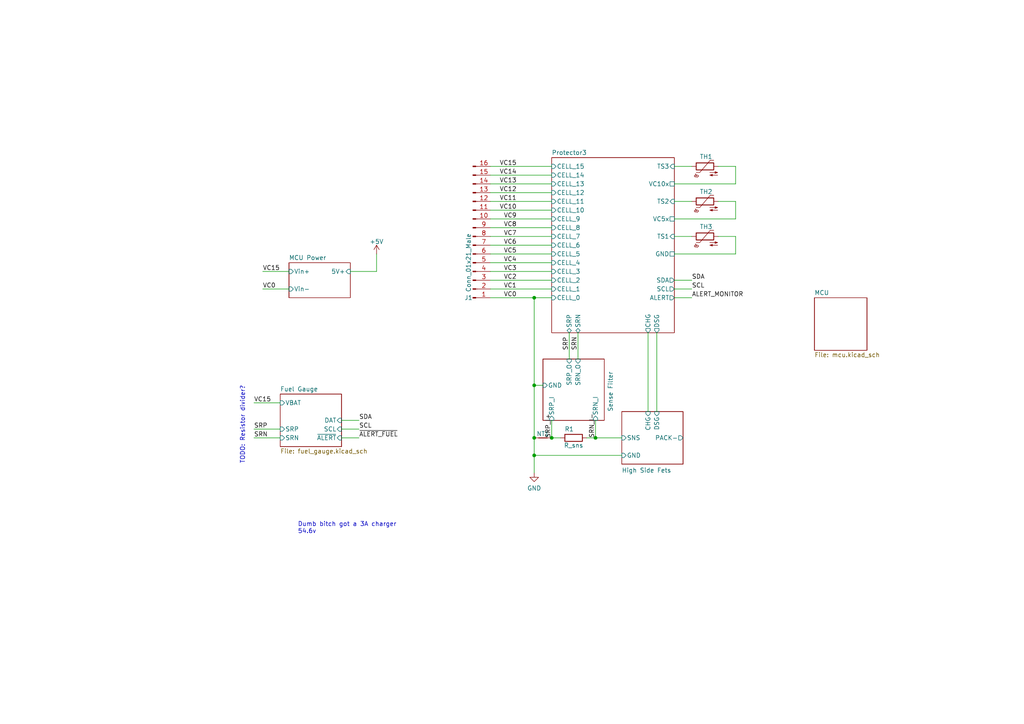
<source format=kicad_sch>
(kicad_sch (version 20211123) (generator eeschema)
  (paper "A4")
  (title_block (title "BMS") (date "2022-10-30") (rev "Rev 0") (company "QTech BMS Dept"))
  (lib_symbols
    (symbol "Connector:Conn_01x16_Male" (pin_names (offset 1.016) hide)
      (property "Reference" "J" (at 0 20.32 0))
      (property "Value" "Conn_01x16_Male" (at 0 -22.86 0))
      (symbol "Conn_01x16_Male_1_1"
        (polyline (pts (xy 1.27 -20.32) (xy 0.8636 -20.32)) (stroke (width 0.1524)))
        (polyline (pts (xy 1.27 -17.78) (xy 0.8636 -17.78)) (stroke (width 0.1524)))
        (polyline (pts (xy 1.27 -15.24) (xy 0.8636 -15.24)) (stroke (width 0.1524)))
        (polyline (pts (xy 1.27 -12.7) (xy 0.8636 -12.7)) (stroke (width 0.1524)))
        (polyline (pts (xy 1.27 -10.16) (xy 0.8636 -10.16)) (stroke (width 0.1524)))
        (polyline (pts (xy 1.27 -7.62) (xy 0.8636 -7.62)) (stroke (width 0.1524)))
        (polyline (pts (xy 1.27 -5.08) (xy 0.8636 -5.08)) (stroke (width 0.1524)))
        (polyline (pts (xy 1.27 -2.54) (xy 0.8636 -2.54)) (stroke (width 0.1524)))
        (polyline (pts (xy 1.27 0) (xy 0.8636 0)) (stroke (width 0.1524)))
        (polyline (pts (xy 1.27 2.54) (xy 0.8636 2.54)) (stroke (width 0.1524)))
        (polyline (pts (xy 1.27 5.08) (xy 0.8636 5.08)) (stroke (width 0.1524)))
        (polyline (pts (xy 1.27 7.62) (xy 0.8636 7.62)) (stroke (width 0.1524)))
        (polyline (pts (xy 1.27 10.16) (xy 0.8636 10.16)) (stroke (width 0.1524)))
        (polyline (pts (xy 1.27 12.7) (xy 0.8636 12.7)) (stroke (width 0.1524)))
        (polyline (pts (xy 1.27 15.24) (xy 0.8636 15.24)) (stroke (width 0.1524)))
        (polyline (pts (xy 1.27 17.78) (xy 0.8636 17.78)) (stroke (width 0.1524)))
        (rectangle (start 0.8636 -20.193) (end 0 -20.447) (stroke (width 0.1524)) (fill (type outline)))
        (rectangle (start 0.8636 -17.653) (end 0 -17.907) (stroke (width 0.1524)) (fill (type outline)))
        (rectangle (start 0.8636 -15.113) (end 0 -15.367) (stroke (width 0.1524)) (fill (type outline)))
        (rectangle (start 0.8636 -12.573) (end 0 -12.827) (stroke (width 0.1524)) (fill (type outline)))
        (rectangle (start 0.8636 -10.033) (end 0 -10.287) (stroke (width 0.1524)) (fill (type outline)))
        (rectangle (start 0.8636 -7.493) (end 0 -7.747) (stroke (width 0.1524)) (fill (type outline)))
        (rectangle (start 0.8636 -4.953) (end 0 -5.207) (stroke (width 0.1524)) (fill (type outline)))
        (rectangle (start 0.8636 -2.413) (end 0 -2.667) (stroke (width 0.1524)) (fill (type outline)))
        (rectangle (start 0.8636 0.127) (end 0 -0.127) (stroke (width 0.1524)) (fill (type outline)))
        (rectangle (start 0.8636 2.667) (end 0 2.413) (stroke (width 0.1524)) (fill (type outline)))
        (rectangle (start 0.8636 5.207) (end 0 4.953) (stroke (width 0.1524)) (fill (type outline)))
        (rectangle (start 0.8636 7.747) (end 0 7.493) (stroke (width 0.1524)) (fill (type outline)))
        (rectangle (start 0.8636 10.287) (end 0 10.033) (stroke (width 0.1524)) (fill (type outline)))
        (rectangle (start 0.8636 12.827) (end 0 12.573) (stroke (width 0.1524)) (fill (type outline)))
        (rectangle (start 0.8636 15.367) (end 0 15.113) (stroke (width 0.1524)) (fill (type outline)))
        (rectangle (start 0.8636 17.907) (end 0 17.653) (stroke (width 0.1524)) (fill (type outline)))
        (pin passive line (at 5.08 17.78 180) (length 3.81) (name "Pin_1") (number "1"))
        (pin passive line (at 5.08 -5.08 180) (length 3.81) (name "Pin_10") (number "10"))
        (pin passive line (at 5.08 -7.62 180) (length 3.81) (name "Pin_11") (number "11"))
        (pin passive line (at 5.08 -10.16 180) (length 3.81) (name "Pin_12") (number "12"))
        (pin passive line (at 5.08 -12.7 180) (length 3.81) (name "Pin_13") (number "13"))
        (pin passive line (at 5.08 -15.24 180) (length 3.81) (name "Pin_14") (number "14"))
        (pin passive line (at 5.08 -17.78 180) (length 3.81) (name "Pin_15") (number "15"))
        (pin passive line (at 5.08 -20.32 180) (length 3.81) (name "Pin_16") (number "16"))
        (pin passive line (at 5.08 15.24 180) (length 3.81) (name "Pin_2") (number "2"))
        (pin passive line (at 5.08 12.7 180) (length 3.81) (name "Pin_3") (number "3"))
        (pin passive line (at 5.08 10.16 180) (length 3.81) (name "Pin_4") (number "4"))
        (pin passive line (at 5.08 7.62 180) (length 3.81) (name "Pin_5") (number "5"))
        (pin passive line (at 5.08 5.08 180) (length 3.81) (name "Pin_6") (number "6"))
        (pin passive line (at 5.08 2.54 180) (length 3.81) (name "Pin_7") (number "7"))
        (pin passive line (at 5.08 0 180) (length 3.81) (name "Pin_8") (number "8"))
        (pin passive line (at 5.08 -2.54 180) (length 3.81) (name "Pin_9") (number "9"))
      )
    )
    (symbol "Device:NetTie_2" (pin_numbers hide) (pin_names (offset 0) hide)
      (property "Reference" "NT" (at 0 1.27 0))
      (property "Value" "NetTie_2" (at 0 -1.27 0))
      (symbol "NetTie_2_0_1"
        (polyline (pts (xy -1.27 0) (xy 1.27 0)) (stroke (width 0.254)))
      )
      (symbol "NetTie_2_1_1"
        (pin passive line (at -2.54 0 0) (length 2.54) (name "1") (number "1"))
        (pin passive line (at 2.54 0 180) (length 2.54) (name "2") (number "2"))
      )
    )
    (symbol "Device:R" (pin_numbers hide) (pin_names (offset 0))
      (property "Reference" "R" (at 2.032 0 90))
      (property "Value" "R" (at 0 0 90))
      (symbol "R_0_1"
        (rectangle (start -1.016 -2.54) (end 1.016 2.54) (stroke (width 0.254)))
      )
      (symbol "R_1_1"
        (pin passive line (at 0 3.81 270) (length 1.27) (name "~") (number "1"))
        (pin passive line (at 0 -3.81 90) (length 1.27) (name "~") (number "2"))
      )
    )
    (symbol "Device:Thermistor_NTC" (pin_numbers hide) (pin_names (offset 0))
      (property "Reference" "TH" (at -4.445 0 90))
      (property "Value" "Thermistor_NTC" (at 3.175 0 90))
      (symbol "Thermistor_NTC_0_1"
        (arc (start -3.048 2.159) (mid -3.0495 2.3143) (end -3.175 2.413))
        (arc (start -3.048 2.159) (mid -2.9736 1.9794) (end -2.794 1.905))
        (arc (start -3.048 2.794) (mid -2.9736 2.6144) (end -2.794 2.54))
        (arc (start -2.794 1.905) (mid -2.6144 1.9794) (end -2.54 2.159))
        (arc (start -2.794 2.54) (mid -2.4393 2.5587) (end -2.159 2.794))
        (arc (start -2.794 3.048) (mid -2.9736 2.9736) (end -3.048 2.794))
        (arc (start -2.54 2.794) (mid -2.6144 2.9736) (end -2.794 3.048))
        (rectangle (start -1.016 2.54) (end 1.016 -2.54) (stroke (width 0.254)))
        (polyline (pts (xy -2.54 2.159) (xy -2.54 2.794)))
        (polyline (pts (xy -1.778 2.54) (xy -1.778 1.524) (xy 1.778 -1.524) (xy 1.778 -2.54)))
        (polyline (pts (xy -2.54 -3.683) (xy -2.54 -1.397) (xy -2.794 -2.159) (xy -2.286 -2.159) (xy -2.54 -1.397) (xy -2.54 -1.651)) (fill (type outline)))
        (polyline (pts (xy -1.778 -1.397) (xy -1.778 -3.683) (xy -2.032 -2.921) (xy -1.524 -2.921) (xy -1.778 -3.683) (xy -1.778 -3.429)) (fill (type outline)))
      )
      (symbol "Thermistor_NTC_1_1"
        (pin passive line (at 0 3.81 270) (length 1.27) (name "~") (number "1"))
        (pin passive line (at 0 -3.81 90) (length 1.27) (name "~") (number "2"))
      )
    )
    (symbol "power:+5V" (power) (pin_names (offset 0))
      (property "Value" "+5V" (at 0 3.556 0))
      (symbol "+5V_0_1"
        (polyline (pts (xy -0.762 1.27) (xy 0 2.54)))
        (polyline (pts (xy 0 0) (xy 0 2.54)))
        (polyline (pts (xy 0 2.54) (xy 0.762 1.27)))
      )
      (symbol "+5V_1_1"
        (pin power_in line (at 0 0 90) (length 0) hide (name "+5V") (number "1"))
      )
    )
    (symbol "power:GND" (power) (pin_names (offset 0))
      (property "Value" "GND" (at 0 -3.81 0))
      (symbol "GND_0_1"
        (polyline (pts (xy 0 0) (xy 0 -1.27) (xy 1.27 -1.27) (xy 0 -2.54) (xy -1.27 -1.27) (xy 0 -1.27)))
      )
      (symbol "GND_1_1"
        (pin power_in line (at 0 0 270) (length 0) hide (name "GND") (number "1"))
      )
    )
  )
  (junction (at 154.94 132.08))
  (junction (at 154.94 86.36))
  (junction (at 172.72 127))
  (junction (at 160.02 127))
  (junction (at 154.94 111.76))
  (junction (at 154.94 127))
  (wire (pts (xy 187.96 96.52) (xy 187.96 119.38)))
  (wire (pts (xy 213.36 53.34) (xy 213.36 48.26)))
  (wire (pts (xy 167.64 96.52) (xy 167.64 104.14)))
  (wire (pts (xy 142.24 83.82) (xy 160.02 83.82)))
  (wire (pts (xy 195.58 73.66) (xy 213.36 73.66)))
  (wire (pts (xy 142.24 76.2) (xy 160.02 76.2)))
  (wire (pts (xy 142.24 81.28) (xy 160.02 81.28)))
  (wire (pts (xy 142.24 58.42) (xy 160.02 58.42)))
  (wire (pts (xy 109.22 73.66) (xy 109.22 78.74)))
  (wire (pts (xy 76.2 78.74) (xy 83.82 78.74)))
  (wire (pts (xy 154.94 127) (xy 154.94 132.08)))
  (wire (pts (xy 195.58 63.5) (xy 213.36 63.5)))
  (wire (pts (xy 154.94 132.08) (xy 154.94 137.16)))
  (wire (pts (xy 195.58 68.58) (xy 200.66 68.58)))
  (wire (pts (xy 172.72 127) (xy 180.34 127)))
  (wire (pts (xy 142.24 86.36) (xy 154.94 86.36)))
  (wire (pts (xy 142.24 71.12) (xy 160.02 71.12)))
  (wire (pts (xy 172.72 121.92) (xy 172.72 127)))
  (wire (pts (xy 99.06 127) (xy 104.14 127)))
  (wire (pts (xy 142.24 48.26) (xy 160.02 48.26)))
  (wire (pts (xy 160.02 121.92) (xy 160.02 127)))
  (wire (pts (xy 213.36 63.5) (xy 213.36 58.42)))
  (wire (pts (xy 208.28 58.42) (xy 213.36 58.42)))
  (wire (pts (xy 142.24 63.5) (xy 160.02 63.5)))
  (wire (pts (xy 73.66 116.84) (xy 81.28 116.84)))
  (wire (pts (xy 81.28 124.46) (xy 73.66 124.46)))
  (wire (pts (xy 170.18 127) (xy 172.72 127)))
  (wire (pts (xy 195.58 86.36) (xy 200.66 86.36)))
  (wire (pts (xy 165.1 96.52) (xy 165.1 104.14)))
  (wire (pts (xy 195.58 53.34) (xy 213.36 53.34)))
  (wire (pts (xy 142.24 55.88) (xy 160.02 55.88)))
  (wire (pts (xy 142.24 73.66) (xy 160.02 73.66)))
  (wire (pts (xy 142.24 68.58) (xy 160.02 68.58)))
  (wire (pts (xy 213.36 73.66) (xy 213.36 68.58)))
  (wire (pts (xy 208.28 48.26) (xy 213.36 48.26)))
  (wire (pts (xy 154.94 111.76) (xy 157.48 111.76)))
  (wire (pts (xy 195.58 83.82) (xy 200.66 83.82)))
  (wire (pts (xy 208.28 68.58) (xy 213.36 68.58)))
  (wire (pts (xy 142.24 50.8) (xy 160.02 50.8)))
  (wire (pts (xy 99.06 121.92) (xy 104.14 121.92)))
  (wire (pts (xy 180.34 132.08) (xy 154.94 132.08)))
  (wire (pts (xy 160.02 127) (xy 162.56 127)))
  (wire (pts (xy 142.24 60.96) (xy 160.02 60.96)))
  (wire (pts (xy 76.2 83.82) (xy 83.82 83.82)))
  (wire (pts (xy 195.58 81.28) (xy 200.66 81.28)))
  (wire (pts (xy 81.28 127) (xy 73.66 127)))
  (wire (pts (xy 101.6 78.74) (xy 109.22 78.74)))
  (wire (pts (xy 154.94 86.36) (xy 160.02 86.36)))
  (wire (pts (xy 195.58 48.26) (xy 200.66 48.26)))
  (wire (pts (xy 142.24 66.04) (xy 160.02 66.04)))
  (wire (pts (xy 142.24 78.74) (xy 160.02 78.74)))
  (wire (pts (xy 190.5 96.52) (xy 190.5 119.38)))
  (wire (pts (xy 99.06 124.46) (xy 104.14 124.46)))
  (wire (pts (xy 195.58 58.42) (xy 200.66 58.42)))
  (wire (pts (xy 154.94 111.76) (xy 154.94 127)))
  (wire (pts (xy 142.24 53.34) (xy 160.02 53.34)))
  (wire (pts (xy 154.94 86.36) (xy 154.94 111.76)))
  (text "TODO: Resistor divider?" (at 71.12 134.62 90) (effects (font (size 1.27 1.27)) (justify left bottom)))
  (text "Dumb bitch got a 3A charger\n54.6v" (at 86.36 154.94 0) (effects (font (size 1.27 1.27)) (justify left bottom)))
  (label "VC7" (at 149.86 68.58 180))
  (label "VC14" (at 149.86 50.8 180))
  (label "SRP_I+" (at 160.02 127 90))
  (label "SRP" (at 165.1 101.6 90))
  (label "~{ALERT_FUEL}" (at 104.14 127 0))
  (label "VC13" (at 149.86 53.34 180))
  (label "VC5" (at 149.86 73.66 180))
  (label "VC6" (at 149.86 71.12 180))
  (label "SRN" (at 167.64 101.6 90))
  (label "VC15" (at 76.2 78.74 0))
  (label "VC9" (at 149.86 63.5 180))
  (label "SDA" (at 104.14 121.92 0))
  (label "VC0" (at 149.86 86.36 180))
  (label "SCL" (at 104.14 124.46 0))
  (label "SDA" (at 200.66 81.28 0))
  (label "VC2" (at 149.86 81.28 180))
  (label "SRN_I-" (at 172.72 127 90))
  (label "ALERT_MONITOR" (at 200.66 86.36 0))
  (label "VC1" (at 149.86 83.82 180))
  (label "VC10" (at 149.86 60.96 180))
  (label "SRN" (at 73.66 127 0))
  (label "SRP" (at 73.66 124.46 0))
  (label "VC8" (at 149.86 66.04 180))
  (label "SCL" (at 200.66 83.82 0))
  (label "VC15" (at 73.66 116.84 0))
  (label "VC12" (at 149.86 55.88 180))
  (label "VC4" (at 149.86 76.2 180))
  (label "VC0" (at 76.2 83.82 0))
  (label "VC11" (at 149.86 58.42 180))
  (label "VC3" (at 149.86 78.74 180))
  (label "VC15" (at 149.86 48.26 180))
  (symbol (lib_id "power:+5V") (at 109.22 73.66 0) (unit 1)
    (property "Reference" "#PWR01" (effects hide))
    (property "Value" "+5V" (at 109.22 70.0842 0))
  )
  (symbol (lib_id "power:GND") (at 154.94 137.16 0) (unit 1)
    (property "Reference" "#PWR02" (effects hide))
    (property "Value" "GND" (at 154.94 141.6034 0))
  )
  (symbol (lib_id "Device:NetTie_2") (at 157.48 127 0) (unit 1)
    (property "Reference" "NT1" (at 157.48 125.8372 0))
    (property "Value" "NetTie_2" (effects hide))
    (property "Footprint" "NetTie:NetTie-2_SMD_Pad0.5mm" (effects hide))
  )
  (symbol (lib_id "Connector:Conn_01x16_Male") (at 137.16 68.58 0) (mirror x) (unit 1)
    (property "Reference" "J1" (at 135.89 86.36 0))
    (property "Value" "Conn_01x21_Male" (at 135.89 76.2 90))
    (property "Footprint" "Connector_PinHeader_2.00mm:PinHeader_1x16_P2.00mm_Horizontal" (effects hide))
  )
  (symbol (lib_id "Device:Thermistor_NTC") (at 204.47 58.42 90) (unit 1)
    (property "Reference" "TH2" (at 204.7875 55.6062 90))
    (property "Value" "Thermistor_NTC" (effects hide))
    (property "Footprint" "Connector_JST:JST_PH_B2B-PH-K_1x02_P2.00mm_Vertical" (effects hide))
  )
  (symbol (lib_id "Device:Thermistor_NTC") (at 204.47 68.58 90) (unit 1)
    (property "Reference" "TH3" (at 204.7875 65.7662 90))
    (property "Value" "Thermistor_NTC" (effects hide))
    (property "Footprint" "Connector_JST:JST_PH_B2B-PH-K_1x02_P2.00mm_Vertical" (effects hide))
  )
  (symbol (lib_id "Device:Thermistor_NTC") (at 204.47 48.26 90) (unit 1)
    (property "Reference" "TH1" (at 204.7875 45.4462 90))
    (property "Value" "Thermistor_NTC" (effects hide))
    (property "Footprint" "Connector_JST:JST_PH_B2B-PH-K_1x02_P2.00mm_Vertical" (effects hide))
  )
  (symbol (lib_id "Device:R") (at 166.37 127 270) (unit 1)
    (property "Reference" "R1" (at 165.1 124.46 90))
    (property "Value" "R_sns" (at 166.37 129.1789 90))
    (property "Footprint" "Resistor_SMD:R_1210_3225Metric" (effects hide))
    (property "Src_Value" "R_sns" (effects hide))
  )
  (sheet (at 81.28 114.3) (size 17.78 15.24) (stroke (width 0.1524))
    (property "Sheet name" "Fuel Gauge" (at 81.28 113.5884 0) (effects (justify left bottom)))
    (property "Sheet file" "fuel_gauge.kicad_sch" (at 81.28 130.1246 0) (effects (justify left top)))
    (pin "VBAT" input (at 81.28 116.84 180))
    (pin "SRN" input (at 81.28 127 180))
    (pin "SRP" input (at 81.28 124.46 180))
    (pin "SCL" input (at 99.06 124.46 0))
    (pin "~{ALERT}" input (at 99.06 127 0))
    (pin "DAT" input (at 99.06 121.92 0))
  )
  (sheet (at 236.22 86.36) (size 15.24 15.24) (stroke (width 0.1524))
    (property "Sheet name" "MCU" (at 236.22 85.6484 0) (effects (justify left bottom)))
    (property "Sheet file" "mcu.kicad_sch" (at 236.22 102.1846 0) (effects (justify left top)))
  )
  (sheet (at 180.34 119.38) (size 17.78 15.24) (stroke (width 0.1524))
    (property "Sheet name" "High Side Fets" (at 180.34 137.16 0) (effects (justify left bottom)))
    (property "Sheet file" "high_side.kicad_sch" (effects hide))
    (pin "CHG" input (at 187.96 119.38 90))
    (pin "DSG" input (at 190.5 119.38 90))
    (pin "PACK-" output (at 198.12 127 0))
    (pin "SNS" input (at 180.34 127 180))
    (pin "GND" input (at 180.34 132.08 180))
  )
  (sheet (at 83.82 76.2) (size 17.78 10.16) (stroke (width 0.1524))
    (property "Sheet name" "MCU Power" (at 83.82 75.4884 0) (effects (justify left bottom)))
    (property "Sheet file" "mcu_power.kicad_sch" (effects hide))
    (pin "5V+" input (at 101.6 78.74 0))
    (pin "Vin+" input (at 83.82 78.74 180))
    (pin "Vin-" input (at 83.82 83.82 180))
  )
  (sheet (at 157.48 104.14) (size 17.78 17.78) (stroke (width 0.1524))
    (property "Sheet name" "Sense Filter" (at 177.8 119.38 90) (effects (justify left bottom)))
    (property "Sheet file" "sense_filter.kicad_sch" (effects hide))
    (pin "SRP_I" input (at 160.02 121.92 270))
    (pin "SRN_I" input (at 172.72 121.92 270))
    (pin "GND" input (at 157.48 111.76 180))
    (pin "SRP_O" input (at 165.1 104.14 90))
    (pin "SRN_O" input (at 167.64 104.14 90))
  )
  (sheet (at 160.02 45.72) (size 35.56 50.8) (stroke (width 0.1524))
    (property "Sheet name" "Protector3" (at 160.02 45.0084 0) (effects (justify left bottom)))
    (property "Sheet file" "protector.kicad_sch" (effects hide))
    (pin "CHG" output (at 187.96 96.52 270))
    (pin "DSG" output (at 190.5 96.52 270))
    (pin "CELL_0" input (at 160.02 86.36 180))
    (pin "CELL_1" input (at 160.02 83.82 180))
    (pin "CELL_2" input (at 160.02 81.28 180))
    (pin "CELL_3" input (at 160.02 78.74 180))
    (pin "CELL_4" input (at 160.02 76.2 180))
    (pin "CELL_5" input (at 160.02 73.66 180))
    (pin "SRP" bidirectional (at 165.1 96.52 270))
    (pin "SRN" bidirectional (at 167.64 96.52 270))
    (pin "CELL_6" input (at 160.02 71.12 180))
    (pin "CELL_7" input (at 160.02 68.58 180))
    (pin "VC10x" passive (at 195.58 53.34 0))
    (pin "TS2" input (at 195.58 58.42 0))
    (pin "TS3" input (at 195.58 48.26 0))
    (pin "VC5x" passive (at 195.58 63.5 0))
    (pin "SDA" output (at 195.58 81.28 0))
    (pin "ALERT" output (at 195.58 86.36 0))
    (pin "TS1" input (at 195.58 68.58 0))
    (pin "SCL" output (at 195.58 83.82 0))
    (pin "CELL_15" input (at 160.02 48.26 180))
    (pin "CELL_14" input (at 160.02 50.8 180))
    (pin "CELL_12" input (at 160.02 55.88 180))
    (pin "CELL_13" input (at 160.02 53.34 180))
    (pin "CELL_10" input (at 160.02 60.96 180))
    (pin "CELL_9" input (at 160.02 63.5 180))
    (pin "CELL_8" input (at 160.02 66.04 180))
    (pin "CELL_11" input (at 160.02 58.42 180))
    (pin "GND" passive (at 195.58 73.66 0))
  )
)
</source>
